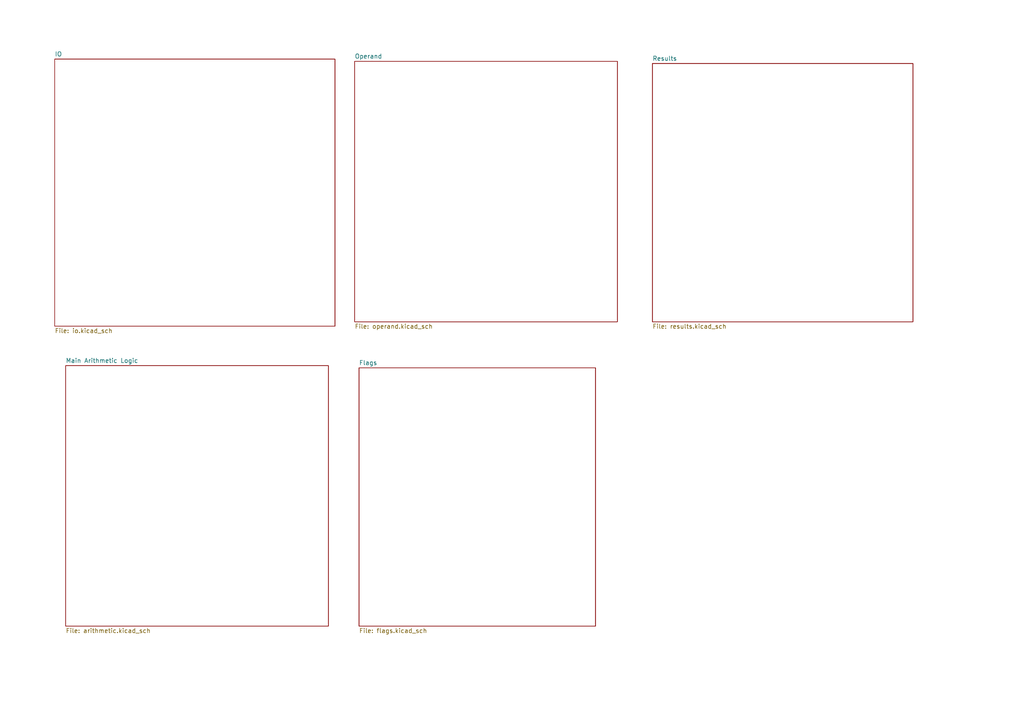
<source format=kicad_sch>
(kicad_sch (version 20211123) (generator eeschema)
  (paper "A4")
  (title_block (title "Talos ES") (date "2022-08-30") (rev "1.0") (company "The Byte Attic") (comment 1 "Kicad file by: Ricardo Setti") (comment 2 "Designed by: Bernardo Kastrup"))
  (lib_symbols)
  (sheet (at 19.05 106.045) (size 76.2 75.565) (stroke (width 0.1524))
    (property "Sheet name" "Main Arithmetic Logic" (at 19.05 105.3334 0) (effects (justify left bottom)))
    (property "Sheet file" "arithmetic.kicad_sch" (at 19.05 182.1946 0) (effects (justify left top)))
  )
  (sheet (at 102.87 17.78) (size 76.2 75.565) (stroke (width 0.1524))
    (property "Sheet name" "Operand" (at 102.87 17.0684 0) (effects (justify left bottom)))
    (property "Sheet file" "operand.kicad_sch" (at 102.87 93.9296 0) (effects (justify left top)))
  )
  (sheet (at 15.875 17.145) (size 81.28 77.47) (stroke (width 0.1524))
    (property "Sheet name" "IO" (at 15.875 16.4334 0) (effects (justify left bottom)))
    (property "Sheet file" "io.kicad_sch" (at 15.875 95.1996 0) (effects (justify left top)))
  )
  (sheet (at 104.14 106.68) (size 68.58 74.93) (stroke (width 0.1524))
    (property "Sheet name" "Flags" (at 104.14 105.9684 0) (effects (justify left bottom)))
    (property "Sheet file" "flags.kicad_sch" (at 104.14 182.1946 0) (effects (justify left top)))
  )
  (sheet (at 189.23 18.415) (size 75.565 74.93) (stroke (width 0.1524))
    (property "Sheet name" "Results" (at 189.23 17.7034 0) (effects (justify left bottom)))
    (property "Sheet file" "results.kicad_sch" (at 189.23 93.9296 0) (effects (justify left top)))
  )
)
</source>
